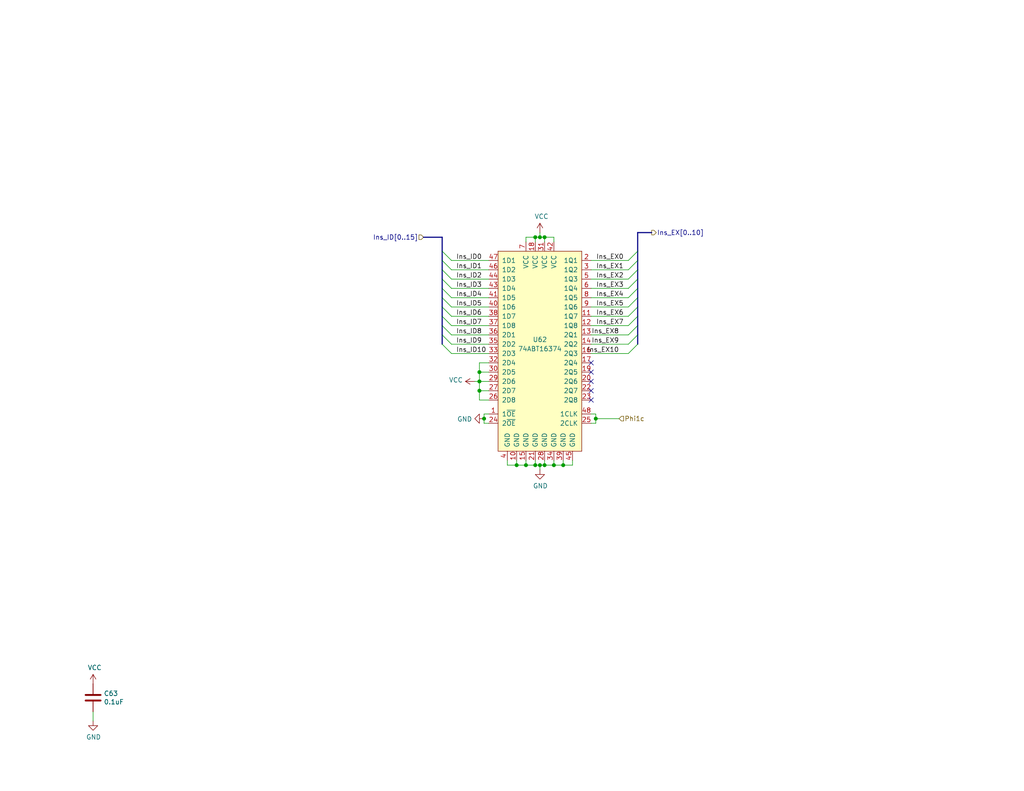
<source format=kicad_sch>
(kicad_sch (version 20250114) (generator "eeschema") (generator_version "9.0")
  (paper "USLetter")
  (title_block (date "2025-07-01") (rev "A"))
  (lib_symbols
    (symbol "Device:C" (pin_numbers (hide yes)) (pin_names (offset 0.254))
      (property "Reference" "C" (at 0.635 2.54 0))
      (property "Value" "C" (at 0.635 -2.54 0))
      (symbol "C_0_1"
        (polyline (pts (xy -2.032 0.762) (xy 2.032 0.762)) (stroke (width 0.508)))
        (polyline (pts (xy -2.032 -0.762) (xy 2.032 -0.762)) (stroke (width 0.508)))
      )
      (symbol "C_1_1"
        (pin passive line (at 0 3.81 270) (length 2.794) (name "~") (number "1"))
        (pin passive line (at 0 -3.81 90) (length 2.794) (name "~") (number "2"))
      )
    )
    (symbol "Turtle16:74ABT16374" (pin_names (offset 1.016))
      (symbol "74ABT16374_0_0"
        (pin input line (at -13.97 21.59 0) (length 2.54) (name "1D1") (number "47"))
        (pin input line (at -13.97 19.05 0) (length 2.54) (name "1D2") (number "46"))
        (pin input line (at -13.97 16.51 0) (length 2.54) (name "1D3") (number "44"))
        (pin input line (at -13.97 13.97 0) (length 2.54) (name "1D4") (number "43"))
        (pin input line (at -13.97 11.43 0) (length 2.54) (name "1D5") (number "41"))
        (pin input line (at -13.97 8.89 0) (length 2.54) (name "1D6") (number "40"))
        (pin input line (at -13.97 6.35 0) (length 2.54) (name "1D7") (number "38"))
        (pin input line (at -13.97 3.81 0) (length 2.54) (name "1D8") (number "37"))
        (pin input line (at -13.97 1.27 0) (length 2.54) (name "2D1") (number "36"))
        (pin input line (at -13.97 -1.27 0) (length 2.54) (name "2D2") (number "35"))
        (pin input line (at -13.97 -3.81 0) (length 2.54) (name "2D3") (number "33"))
        (pin input line (at -13.97 -6.35 0) (length 2.54) (name "2D4") (number "32"))
        (pin input line (at -13.97 -8.89 0) (length 2.54) (name "2D5") (number "30"))
        (pin input line (at -13.97 -11.43 0) (length 2.54) (name "2D6") (number "29"))
        (pin input line (at -13.97 -13.97 0) (length 2.54) (name "2D7") (number "27"))
        (pin input line (at -13.97 -16.51 0) (length 2.54) (name "2D8") (number "26"))
        (pin input line (at -13.97 -20.32 0) (length 2.54) (name "1~{OE}") (number "1"))
        (pin input line (at -13.97 -22.86 0) (length 2.54) (name "2~{OE}") (number "24"))
        (pin power_in line (at -8.89 -33.02 90) (length 2.54) (name "GND") (number "4"))
        (pin power_in line (at -6.35 -33.02 90) (length 2.54) (name "GND") (number "10"))
        (pin power_in line (at -3.81 26.67 270) (length 2.54) (name "VCC") (number "7"))
        (pin power_in line (at -3.81 -33.02 90) (length 2.54) (name "GND") (number "15"))
        (pin power_in line (at -1.27 26.67 270) (length 2.54) (name "VCC") (number "18"))
        (pin power_in line (at -1.27 -33.02 90) (length 2.54) (name "GND") (number "21"))
        (pin power_in line (at 1.27 26.67 270) (length 2.54) (name "VCC") (number "31"))
        (pin power_in line (at 1.27 -33.02 90) (length 2.54) (name "GND") (number "28"))
        (pin power_in line (at 3.81 26.67 270) (length 2.54) (name "VCC") (number "42"))
        (pin power_in line (at 3.81 -33.02 90) (length 2.54) (name "GND") (number "34"))
        (pin power_in line (at 6.35 -33.02 90) (length 2.54) (name "GND") (number "39"))
        (pin power_in line (at 8.89 -33.02 90) (length 2.54) (name "GND") (number "45"))
        (pin tri_state line (at 13.97 21.59 180) (length 2.54) (name "1Q1") (number "2"))
        (pin tri_state line (at 13.97 19.05 180) (length 2.54) (name "1Q2") (number "3"))
        (pin tri_state line (at 13.97 16.51 180) (length 2.54) (name "1Q3") (number "5"))
        (pin tri_state line (at 13.97 13.97 180) (length 2.54) (name "1Q4") (number "6"))
        (pin tri_state line (at 13.97 11.43 180) (length 2.54) (name "1Q5") (number "8"))
        (pin tri_state line (at 13.97 8.89 180) (length 2.54) (name "1Q6") (number "9"))
        (pin tri_state line (at 13.97 6.35 180) (length 2.54) (name "1Q7") (number "11"))
        (pin tri_state line (at 13.97 3.81 180) (length 2.54) (name "1Q8") (number "12"))
        (pin tri_state line (at 13.97 1.27 180) (length 2.54) (name "2Q1") (number "13"))
        (pin tri_state line (at 13.97 -1.27 180) (length 2.54) (name "2Q2") (number "14"))
        (pin tri_state line (at 13.97 -3.81 180) (length 2.54) (name "2Q3") (number "16"))
        (pin tri_state line (at 13.97 -6.35 180) (length 2.54) (name "2Q4") (number "17"))
        (pin tri_state line (at 13.97 -8.89 180) (length 2.54) (name "2Q5") (number "19"))
        (pin tri_state line (at 13.97 -11.43 180) (length 2.54) (name "2Q6") (number "20"))
        (pin tri_state line (at 13.97 -13.97 180) (length 2.54) (name "2Q7") (number "22"))
        (pin tri_state line (at 13.97 -16.51 180) (length 2.54) (name "2Q8") (number "23"))
        (pin input line (at 13.97 -20.32 180) (length 2.54) (name "1CLK") (number "48"))
        (pin input line (at 13.97 -22.86 180) (length 2.54) (name "2CLK") (number "25"))
      )
      (symbol "74ABT16374_0_1"
        (rectangle (start -11.43 24.13) (end 11.43 -30.48) (fill (type background)))
      )
    )
    (symbol "power:GND" (power) (pin_names (offset 0))
      (property "Value" "GND" (at 0 -3.81 0))
      (symbol "GND_0_1"
        (polyline (pts (xy 0 0) (xy 0 -1.27) (xy 1.27 -1.27) (xy 0 -2.54) (xy -1.27 -1.27) (xy 0 -1.27)))
      )
      (symbol "GND_1_1"
        (pin power_in line (at 0 0 270) (length 0) (hide yes) (name "GND") (number "1"))
      )
    )
    (symbol "power:VCC" (power) (pin_names (offset 0))
      (property "Value" "VCC" (at 0 3.81 0))
      (symbol "VCC_0_1"
        (polyline (pts (xy -0.762 1.27) (xy 0 2.54)))
        (polyline (pts (xy 0 2.54) (xy 0.762 1.27)))
        (polyline (pts (xy 0 0) (xy 0 2.54)))
      )
      (symbol "VCC_1_1"
        (pin power_in line (at 0 0 90) (length 0) (hide yes) (name "VCC") (number "1"))
      )
    )
  )
  (junction (at 148.59 127))
  (junction (at 162.56 114.3))
  (junction (at 147.32 127))
  (junction (at 147.32 64.77))
  (junction (at 151.13 127))
  (junction (at 146.05 64.77))
  (junction (at 130.81 106.68))
  (junction (at 140.97 127))
  (junction (at 130.81 104.14))
  (junction (at 132.08 114.3))
  (junction (at 146.05 127))
  (junction (at 148.59 64.77))
  (junction (at 143.51 127))
  (junction (at 130.81 101.6))
  (junction (at 153.67 127))
  (no_connect (at 161.29 106.68))
  (no_connect (at 161.29 104.14))
  (no_connect (at 161.29 101.6))
  (no_connect (at 161.29 109.22))
  (no_connect (at 161.29 99.06))
  (bus_entry (at 173.99 93.98) (size -2.54 2.54))
  (bus_entry (at 173.99 88.9) (size -2.54 2.54))
  (bus_entry (at 173.99 91.44) (size -2.54 2.54))
  (bus_entry (at 173.99 71.12) (size -2.54 2.54))
  (bus_entry (at 120.65 91.44) (size 2.54 2.54))
  (bus_entry (at 120.65 93.98) (size 2.54 2.54))
  (bus_entry (at 120.65 88.9) (size 2.54 2.54))
  (bus_entry (at 120.65 78.74) (size 2.54 2.54))
  (bus_entry (at 120.65 76.2) (size 2.54 2.54))
  (bus_entry (at 120.65 68.58) (size 2.54 2.54))
  (bus_entry (at 120.65 81.28) (size 2.54 2.54))
  (bus_entry (at 173.99 68.58) (size -2.54 2.54))
  (bus_entry (at 173.99 81.28) (size -2.54 2.54))
  (bus_entry (at 173.99 86.36) (size -2.54 2.54))
  (bus_entry (at 173.99 78.74) (size -2.54 2.54))
  (bus_entry (at 120.65 73.66) (size 2.54 2.54))
  (bus_entry (at 173.99 73.66) (size -2.54 2.54))
  (bus_entry (at 173.99 76.2) (size -2.54 2.54))
  (bus_entry (at 120.65 83.82) (size 2.54 2.54))
  (bus_entry (at 173.99 83.82) (size -2.54 2.54))
  (bus_entry (at 120.65 71.12) (size 2.54 2.54))
  (bus_entry (at 120.65 86.36) (size 2.54 2.54))
  (wire (pts (xy 130.81 101.6) (xy 130.81 104.14)))
  (wire (pts (xy 133.35 106.68) (xy 130.81 106.68)))
  (wire (pts (xy 171.45 93.98) (xy 161.29 93.98)))
  (bus (pts (xy 115.57 64.77) (xy 120.65 64.77)))
  (wire (pts (xy 132.08 113.03) (xy 132.08 114.3)))
  (wire (pts (xy 171.45 86.36) (xy 161.29 86.36)))
  (wire (pts (xy 171.45 91.44) (xy 161.29 91.44)))
  (bus (pts (xy 173.99 78.74) (xy 173.99 81.28)))
  (bus (pts (xy 173.99 73.66) (xy 173.99 76.2)))
  (wire (pts (xy 171.45 83.82) (xy 161.29 83.82)))
  (wire (pts (xy 147.32 127) (xy 148.59 127)))
  (wire (pts (xy 162.56 114.3) (xy 168.91 114.3)))
  (wire (pts (xy 162.56 114.3) (xy 162.56 115.57)))
  (wire (pts (xy 130.81 109.22) (xy 133.35 109.22)))
  (wire (pts (xy 133.35 99.06) (xy 130.81 99.06)))
  (wire (pts (xy 171.45 73.66) (xy 161.29 73.66)))
  (bus (pts (xy 173.99 86.36) (xy 173.99 88.9)))
  (wire (pts (xy 147.32 127) (xy 147.32 128.27)))
  (wire (pts (xy 171.45 81.28) (xy 161.29 81.28)))
  (wire (pts (xy 123.19 73.66) (xy 133.35 73.66)))
  (bus (pts (xy 173.99 83.82) (xy 173.99 86.36)))
  (wire (pts (xy 123.19 88.9) (xy 133.35 88.9)))
  (wire (pts (xy 171.45 88.9) (xy 161.29 88.9)))
  (wire (pts (xy 133.35 104.14) (xy 130.81 104.14)))
  (wire (pts (xy 123.19 76.2) (xy 133.35 76.2)))
  (wire (pts (xy 153.67 127) (xy 156.21 127)))
  (wire (pts (xy 148.59 125.73) (xy 148.59 127)))
  (wire (pts (xy 143.51 127) (xy 146.05 127)))
  (bus (pts (xy 173.99 76.2) (xy 173.99 78.74)))
  (wire (pts (xy 148.59 66.04) (xy 148.59 64.77)))
  (wire (pts (xy 147.32 64.77) (xy 148.59 64.77)))
  (wire (pts (xy 146.05 66.04) (xy 146.05 64.77)))
  (wire (pts (xy 140.97 125.73) (xy 140.97 127)))
  (wire (pts (xy 133.35 101.6) (xy 130.81 101.6)))
  (wire (pts (xy 133.35 113.03) (xy 132.08 113.03)))
  (bus (pts (xy 120.65 64.77) (xy 120.65 68.58)))
  (wire (pts (xy 123.19 81.28) (xy 133.35 81.28)))
  (wire (pts (xy 143.51 66.04) (xy 143.51 64.77)))
  (bus (pts (xy 120.65 91.44) (xy 120.65 93.98)))
  (wire (pts (xy 123.19 96.52) (xy 133.35 96.52)))
  (bus (pts (xy 120.65 73.66) (xy 120.65 76.2)))
  (wire (pts (xy 171.45 78.74) (xy 161.29 78.74)))
  (bus (pts (xy 120.65 76.2) (xy 120.65 78.74)))
  (bus (pts (xy 120.65 68.58) (xy 120.65 71.12)))
  (wire (pts (xy 156.21 127) (xy 156.21 125.73)))
  (wire (pts (xy 151.13 64.77) (xy 151.13 66.04)))
  (bus (pts (xy 173.99 91.44) (xy 173.99 93.98)))
  (wire (pts (xy 146.05 64.77) (xy 147.32 64.77)))
  (bus (pts (xy 120.65 83.82) (xy 120.65 86.36)))
  (bus (pts (xy 120.65 81.28) (xy 120.65 83.82)))
  (bus (pts (xy 173.99 68.58) (xy 173.99 71.12)))
  (wire (pts (xy 138.43 127) (xy 140.97 127)))
  (bus (pts (xy 120.65 88.9) (xy 120.65 91.44)))
  (wire (pts (xy 171.45 71.12) (xy 161.29 71.12)))
  (wire (pts (xy 123.19 83.82) (xy 133.35 83.82)))
  (wire (pts (xy 153.67 125.73) (xy 153.67 127)))
  (wire (pts (xy 161.29 113.03) (xy 162.56 113.03)))
  (wire (pts (xy 123.19 86.36) (xy 133.35 86.36)))
  (wire (pts (xy 151.13 127) (xy 153.67 127)))
  (bus (pts (xy 120.65 78.74) (xy 120.65 81.28)))
  (bus (pts (xy 173.99 71.12) (xy 173.99 73.66)))
  (bus (pts (xy 120.65 71.12) (xy 120.65 73.66)))
  (wire (pts (xy 130.81 99.06) (xy 130.81 101.6)))
  (wire (pts (xy 132.08 115.57) (xy 133.35 115.57)))
  (wire (pts (xy 123.19 71.12) (xy 133.35 71.12)))
  (wire (pts (xy 123.19 78.74) (xy 133.35 78.74)))
  (wire (pts (xy 123.19 91.44) (xy 133.35 91.44)))
  (wire (pts (xy 148.59 127) (xy 151.13 127)))
  (wire (pts (xy 143.51 125.73) (xy 143.51 127)))
  (wire (pts (xy 171.45 76.2) (xy 161.29 76.2)))
  (bus (pts (xy 120.65 86.36) (xy 120.65 88.9)))
  (bus (pts (xy 173.99 88.9) (xy 173.99 91.44)))
  (wire (pts (xy 25.4 196.85) (xy 25.4 194.31)))
  (bus (pts (xy 177.8 63.5) (xy 173.99 63.5)))
  (bus (pts (xy 173.99 63.5) (xy 173.99 68.58)))
  (wire (pts (xy 147.32 63.5) (xy 147.32 64.77)))
  (wire (pts (xy 162.56 113.03) (xy 162.56 114.3)))
  (wire (pts (xy 132.08 114.3) (xy 132.08 115.57)))
  (wire (pts (xy 143.51 64.77) (xy 146.05 64.77)))
  (wire (pts (xy 130.81 104.14) (xy 130.81 106.68)))
  (wire (pts (xy 148.59 64.77) (xy 151.13 64.77)))
  (wire (pts (xy 146.05 127) (xy 147.32 127)))
  (wire (pts (xy 140.97 127) (xy 143.51 127)))
  (bus (pts (xy 173.99 81.28) (xy 173.99 83.82)))
  (wire (pts (xy 171.45 96.52) (xy 161.29 96.52)))
  (wire (pts (xy 130.81 104.14) (xy 129.54 104.14)))
  (wire (pts (xy 151.13 125.73) (xy 151.13 127)))
  (wire (pts (xy 162.56 115.57) (xy 161.29 115.57)))
  (wire (pts (xy 123.19 93.98) (xy 133.35 93.98)))
  (wire (pts (xy 146.05 125.73) (xy 146.05 127)))
  (wire (pts (xy 138.43 125.73) (xy 138.43 127)))
  (wire (pts (xy 130.81 106.68) (xy 130.81 109.22)))
  (label "Ins_EX1" (at 170.18 73.66 180))
  (label "Ins_ID2" (at 124.46 76.2 0))
  (label "Ins_EX0" (at 170.18 71.12 180))
  (label "Ins_EX4" (at 170.18 81.28 180))
  (label "Ins_EX7" (at 170.18 88.9 180))
  (label "Ins_ID7" (at 124.46 88.9 0))
  (label "Ins_ID9" (at 124.46 93.98 0))
  (label "Ins_EX10" (at 168.91 96.52 180))
  (label "Ins_EX9" (at 168.91 93.98 180))
  (label "Ins_ID8" (at 124.46 91.44 0))
  (label "Ins_ID5" (at 124.46 83.82 0))
  (label "Ins_ID10" (at 124.46 96.52 0))
  (label "Ins_EX2" (at 170.18 76.2 180))
  (label "Ins_ID3" (at 124.46 78.74 0))
  (label "Ins_ID6" (at 124.46 86.36 0))
  (label "Ins_ID4" (at 124.46 81.28 0))
  (label "Ins_EX5" (at 170.18 83.82 180))
  (label "Ins_EX8" (at 168.91 91.44 180))
  (label "Ins_EX6" (at 170.18 86.36 180))
  (label "Ins_ID0" (at 124.46 71.12 0))
  (label "Ins_ID1" (at 124.46 73.66 0))
  (label "Ins_EX3" (at 170.18 78.74 180))
  (hierarchical_label "Ins_EX[0..10]" (shape output) (at 177.8 63.5 0))
  (hierarchical_label "Phi1c" (shape input) (at 168.91 114.3 0))
  (hierarchical_label "Ins_ID[0..15]" (shape input) (at 115.57 64.77 180))
  (symbol (lib_id "power:GND") (at 132.08 114.3 270) (unit 1)
    (property "Reference" "#PWR0337" (effects (hide yes)))
    (property "Value" "GND" (at 128.8288 114.427 90) (effects (justify right)))
  )
  (symbol (lib_id "Device:C") (at 25.4 190.5 0) (unit 1)
    (property "Reference" "C63" (at 28.321 189.3316 0) (effects (justify left)))
    (property "Value" "0.1uF" (at 28.321 191.643 0) (effects (justify left)))
    (property "Footprint" "Capacitor_SMD:C_0603_1608Metric" (effects (hide yes)))
    (property "Datasheet" "https://www.mouser.com/datasheet/2/396/taiyo_yuden_12132018_mlcc11_hq_e-1510082.pdf" (effects (hide yes)))
    (property "Manufacturer" "Taiyo Yuden" (effects (hide yes)))
    (property "Manufacturer#" "EMK107B7104KAHT" (effects (hide yes)))
    (property "Mouser#" "963-EMK107B7104KAHT" (effects (hide yes)))
    (property "Digikey#" "587-6004-1-ND" (effects (hide yes)))
  )
  (symbol (lib_id "power:VCC") (at 25.4 186.69 0) (unit 1)
    (property "Reference" "#PWR0237" (effects (hide yes)))
    (property "Value" "VCC" (at 25.8318 182.2958 0))
  )
  (symbol (lib_id "power:GND") (at 25.4 196.85 0) (unit 1)
    (property "Reference" "#PWR0335" (effects (hide yes)))
    (property "Value" "GND" (at 25.527 201.2442 0))
  )
  (symbol (lib_id "power:VCC") (at 129.54 104.14 90) (unit 1)
    (property "Reference" "#PWR0336" (effects (hide yes)))
    (property "Value" "VCC" (at 126.3142 103.759 90) (effects (justify left)))
  )
  (symbol (lib_id "power:VCC") (at 147.32 63.5 0) (unit 1)
    (property "Reference" "#PWR0338" (effects (hide yes)))
    (property "Value" "VCC" (at 147.7518 59.1058 0))
  )
  (symbol (lib_id "power:GND") (at 147.32 128.27 0) (unit 1)
    (property "Reference" "#PWR0339" (effects (hide yes)))
    (property "Value" "GND" (at 147.447 132.6642 0))
  )
  (symbol (lib_id "Turtle16:74ABT16374") (at 147.32 92.71 0) (unit 1)
    (property "Reference" "U62" (at 147.32 92.71 0))
    (property "Value" "74ABT16374" (at 147.32 95.25 0))
    (property "Footprint" "Package_SO:TSSOP-48_6.1x12.5mm_P0.5mm" (effects (hide yes)))
    (property "Datasheet" "https://www.ti.com/general/docs/suppproductinfo.tsp?distId=26&gotoUrl=https://www.ti.com/lit/gpn/sn74abt16374a" (effects (hide yes)))
    (property "Manufacturer" "Texas Instruments" (effects (hide yes)))
    (property "Manufacturer#" "SN74ABT16374ADGGR" (effects (hide yes)))
    (property "Mouser#" "595-SNABT16374ADGGR" (effects (hide yes)))
    (property "Digikey#" "296-3900-1-ND" (effects (hide yes)))
  )
)
</source>
